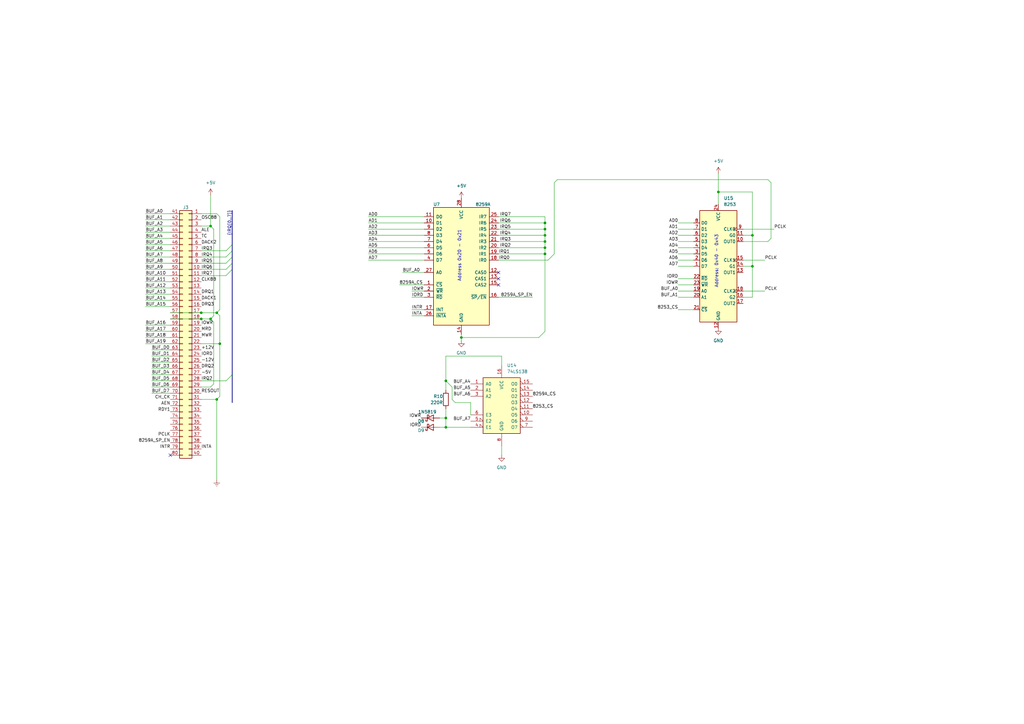
<source format=kicad_sch>
(kicad_sch (version 20230121) (generator eeschema)
  (paper "A3")
  (lib_symbols
    (symbol "+5V_1" (power) (pin_names (offset 0))
      (property "Value" "+5V_1" (at 0 3.556 0))
      (symbol "+5V_1_0_1"
        (polyline (pts (xy -0.762 1.27) (xy 0 2.54)))
        (polyline (pts (xy 0 0) (xy 0 2.54)))
        (polyline (pts (xy 0 2.54) (xy 0.762 1.27)))
      )
      (symbol "+5V_1_1_1"
        (pin power_in line (at 0 0 90) (length 0) hide (name "+5V") (number "1"))
      )
    )
    (symbol "74xx:74LS138" (pin_names (offset 1.016))
      (property "Reference" "U" (at -7.62 11.43 0))
      (property "Value" "74LS138" (at -7.62 -13.97 0))
      (symbol "74LS138_1_0"
        (pin input line (at -12.7 7.62 0) (length 5.08) (name "A0") (number "1"))
        (pin output output_low (at 12.7 -5.08 180) (length 5.08) (name "O5") (number "10"))
        (pin output output_low (at 12.7 -2.54 180) (length 5.08) (name "O4") (number "11"))
        (pin output output_low (at 12.7 0 180) (length 5.08) (name "O3") (number "12"))
        (pin output output_low (at 12.7 2.54 180) (length 5.08) (name "O2") (number "13"))
        (pin output output_low (at 12.7 5.08 180) (length 5.08) (name "O1") (number "14"))
        (pin output output_low (at 12.7 7.62 180) (length 5.08) (name "O0") (number "15"))
        (pin power_in line (at 0 15.24 270) (length 5.08) (name "VCC") (number "16"))
        (pin input line (at -12.7 5.08 0) (length 5.08) (name "A1") (number "2"))
        (pin input line (at -12.7 2.54 0) (length 5.08) (name "A2") (number "3"))
        (pin input input_low (at -12.7 -10.16 0) (length 5.08) (name "E1") (number "4"))
        (pin input input_low (at -12.7 -7.62 0) (length 5.08) (name "E2") (number "5"))
        (pin input line (at -12.7 -5.08 0) (length 5.08) (name "E3") (number "6"))
        (pin output output_low (at 12.7 -10.16 180) (length 5.08) (name "O7") (number "7"))
        (pin power_in line (at 0 -17.78 90) (length 5.08) (name "GND") (number "8"))
        (pin output output_low (at 12.7 -7.62 180) (length 5.08) (name "O6") (number "9"))
      )
      (symbol "74LS138_1_1"
        (rectangle (start -7.62 10.16) (end 7.62 -12.7) (stroke (width 0.254)) (fill (type background)))
      )
    )
    (symbol "Connector_Generic:Conn_02x40_Top_Bottom" (pin_names (offset 1.016) hide)
      (property "Reference" "J" (at 1.27 50.8 0))
      (property "Value" "Conn_02x40_Top_Bottom" (at 1.27 -53.34 0))
      (symbol "Conn_02x40_Top_Bottom_1_1"
        (rectangle (start -1.27 -50.673) (end 0 -50.927) (stroke (width 0.1524)))
        (rectangle (start -1.27 -48.133) (end 0 -48.387) (stroke (width 0.1524)))
        (rectangle (start -1.27 -45.593) (end 0 -45.847) (stroke (width 0.1524)))
        (rectangle (start -1.27 -43.053) (end 0 -43.307) (stroke (width 0.1524)))
        (rectangle (start -1.27 -40.513) (end 0 -40.767) (stroke (width 0.1524)))
        (rectangle (start -1.27 -37.973) (end 0 -38.227) (stroke (width 0.1524)))
        (rectangle (start -1.27 -35.433) (end 0 -35.687) (stroke (width 0.1524)))
        (rectangle (start -1.27 -32.893) (end 0 -33.147) (stroke (width 0.1524)))
        (rectangle (start -1.27 -30.353) (end 0 -30.607) (stroke (width 0.1524)))
        (rectangle (start -1.27 -27.813) (end 0 -28.067) (stroke (width 0.1524)))
        (rectangle (start -1.27 -25.273) (end 0 -25.527) (stroke (width 0.1524)))
        (rectangle (start -1.27 -22.733) (end 0 -22.987) (stroke (width 0.1524)))
        (rectangle (start -1.27 -20.193) (end 0 -20.447) (stroke (width 0.1524)))
        (rectangle (start -1.27 -17.653) (end 0 -17.907) (stroke (width 0.1524)))
        (rectangle (start -1.27 -15.113) (end 0 -15.367) (stroke (width 0.1524)))
        (rectangle (start -1.27 -12.573) (end 0 -12.827) (stroke (width 0.1524)))
        (rectangle (start -1.27 -10.033) (end 0 -10.287) (stroke (width 0.1524)))
        (rectangle (start -1.27 -7.493) (end 0 -7.747) (stroke (width 0.1524)))
        (rectangle (start -1.27 -4.953) (end 0 -5.207) (stroke (width 0.1524)))
        (rectangle (start -1.27 -2.413) (end 0 -2.667) (stroke (width 0.1524)))
        (rectangle (start -1.27 0.127) (end 0 -0.127) (stroke (width 0.1524)))
        (rectangle (start -1.27 2.667) (end 0 2.413) (stroke (width 0.1524)))
        (rectangle (start -1.27 5.207) (end 0 4.953) (stroke (width 0.1524)))
        (rectangle (start -1.27 7.747) (end 0 7.493) (stroke (width 0.1524)))
        (rectangle (start -1.27 10.287) (end 0 10.033) (stroke (width 0.1524)))
        (rectangle (start -1.27 12.827) (end 0 12.573) (stroke (width 0.1524)))
        (rectangle (start -1.27 15.367) (end 0 15.113) (stroke (width 0.1524)))
        (rectangle (start -1.27 17.907) (end 0 17.653) (stroke (width 0.1524)))
        (rectangle (start -1.27 20.447) (end 0 20.193) (stroke (width 0.1524)))
        (rectangle (start -1.27 22.987) (end 0 22.733) (stroke (width 0.1524)))
        (rectangle (start -1.27 25.527) (end 0 25.273) (stroke (width 0.1524)))
        (rectangle (start -1.27 28.067) (end 0 27.813) (stroke (width 0.1524)))
        (rectangle (start -1.27 30.607) (end 0 30.353) (stroke (width 0.1524)))
        (rectangle (start -1.27 33.147) (end 0 32.893) (stroke (width 0.1524)))
        (rectangle (start -1.27 35.687) (end 0 35.433) (stroke (width 0.1524)))
        (rectangle (start -1.27 38.227) (end 0 37.973) (stroke (width 0.1524)))
        (rectangle (start -1.27 40.767) (end 0 40.513) (stroke (width 0.1524)))
        (rectangle (start -1.27 43.307) (end 0 43.053) (stroke (width 0.1524)))
        (rectangle (start -1.27 45.847) (end 0 45.593) (stroke (width 0.1524)))
        (rectangle (start -1.27 48.387) (end 0 48.133) (stroke (width 0.1524)))
        (rectangle (start -1.27 49.53) (end 3.81 -52.07) (stroke (width 0.254)) (fill (type background)))
        (rectangle (start 3.81 -50.673) (end 2.54 -50.927) (stroke (width 0.1524)))
        (rectangle (start 3.81 -48.133) (end 2.54 -48.387) (stroke (width 0.1524)))
        (rectangle (start 3.81 -45.593) (end 2.54 -45.847) (stroke (width 0.1524)))
        (rectangle (start 3.81 -43.053) (end 2.54 -43.307) (stroke (width 0.1524)))
        (rectangle (start 3.81 -40.513) (end 2.54 -40.767) (stroke (width 0.1524)))
        (rectangle (start 3.81 -37.973) (end 2.54 -38.227) (stroke (width 0.1524)))
        (rectangle (start 3.81 -35.433) (end 2.54 -35.687) (stroke (width 0.1524)))
        (rectangle (start 3.81 -32.893) (end 2.54 -33.147) (stroke (width 0.1524)))
        (rectangle (start 3.81 -30.353) (end 2.54 -30.607) (stroke (width 0.1524)))
        (rectangle (start 3.81 -27.813) (end 2.54 -28.067) (stroke (width 0.1524)))
        (rectangle (start 3.81 -25.273) (end 2.54 -25.527) (stroke (width 0.1524)))
        (rectangle (start 3.81 -22.733) (end 2.54 -22.987) (stroke (width 0.1524)))
        (rectangle (start 3.81 -20.193) (end 2.54 -20.447) (stroke (width 0.1524)))
        (rectangle (start 3.81 -17.653) (end 2.54 -17.907) (stroke (width 0.1524)))
        (rectangle (start 3.81 -15.113) (end 2.54 -15.367) (stroke (width 0.1524)))
        (rectangle (start 3.81 -12.573) (end 2.54 -12.827) (stroke (width 0.1524)))
        (rectangle (start 3.81 -10.033) (end 2.54 -10.287) (stroke (width 0.1524)))
        (rectangle (start 3.81 -7.493) (end 2.54 -7.747) (stroke (width 0.1524)))
        (rectangle (start 3.81 -4.953) (end 2.54 -5.207) (stroke (width 0.1524)))
        (rectangle (start 3.81 -2.413) (end 2.54 -2.667) (stroke (width 0.1524)))
        (rectangle (start 3.81 0.127) (end 2.54 -0.127) (stroke (width 0.1524)))
        (rectangle (start 3.81 2.667) (end 2.54 2.413) (stroke (width 0.1524)))
        (rectangle (start 3.81 5.207) (end 2.54 4.953) (stroke (width 0.1524)))
        (rectangle (start 3.81 7.747) (end 2.54 7.493) (stroke (width 0.1524)))
        (rectangle (start 3.81 10.287) (end 2.54 10.033) (stroke (width 0.1524)))
        (rectangle (start 3.81 12.827) (end 2.54 12.573) (stroke (width 0.1524)))
        (rectangle (start 3.81 15.367) (end 2.54 15.113) (stroke (width 0.1524)))
        (rectangle (start 3.81 17.907) (end 2.54 17.653) (stroke (width 0.1524)))
        (rectangle (start 3.81 20.447) (end 2.54 20.193) (stroke (width 0.1524)))
        (rectangle (start 3.81 22.987) (end 2.54 22.733) (stroke (width 0.1524)))
        (rectangle (start 3.81 25.527) (end 2.54 25.273) (stroke (width 0.1524)))
        (rectangle (start 3.81 28.067) (end 2.54 27.813) (stroke (width 0.1524)))
        (rectangle (start 3.81 30.607) (end 2.54 30.353) (stroke (width 0.1524)))
        (rectangle (start 3.81 33.147) (end 2.54 32.893) (stroke (width 0.1524)))
        (rectangle (start 3.81 35.687) (end 2.54 35.433) (stroke (width 0.1524)))
        (rectangle (start 3.81 38.227) (end 2.54 37.973) (stroke (width 0.1524)))
        (rectangle (start 3.81 40.767) (end 2.54 40.513) (stroke (width 0.1524)))
        (rectangle (start 3.81 43.307) (end 2.54 43.053) (stroke (width 0.1524)))
        (rectangle (start 3.81 45.847) (end 2.54 45.593) (stroke (width 0.1524)))
        (rectangle (start 3.81 48.387) (end 2.54 48.133) (stroke (width 0.1524)))
        (pin passive line (at -5.08 48.26 0) (length 3.81) (name "Pin_1") (number "1"))
        (pin passive line (at -5.08 25.4 0) (length 3.81) (name "Pin_10") (number "10"))
        (pin passive line (at -5.08 22.86 0) (length 3.81) (name "Pin_11") (number "11"))
        (pin passive line (at -5.08 20.32 0) (length 3.81) (name "Pin_12") (number "12"))
        (pin passive line (at -5.08 17.78 0) (length 3.81) (name "Pin_13") (number "13"))
        (pin passive line (at -5.08 15.24 0) (length 3.81) (name "Pin_14") (number "14"))
        (pin passive line (at -5.08 12.7 0) (length 3.81) (name "Pin_15") (number "15"))
        (pin passive line (at -5.08 10.16 0) (length 3.81) (name "Pin_16") (number "16"))
        (pin passive line (at -5.08 7.62 0) (length 3.81) (name "Pin_17") (number "17"))
        (pin passive line (at -5.08 5.08 0) (length 3.81) (name "Pin_18") (number "18"))
        (pin passive line (at -5.08 2.54 0) (length 3.81) (name "Pin_19") (number "19"))
        (pin passive line (at -5.08 45.72 0) (length 3.81) (name "Pin_2") (number "2"))
        (pin passive line (at -5.08 0 0) (length 3.81) (name "Pin_20") (number "20"))
        (pin passive line (at -5.08 -2.54 0) (length 3.81) (name "Pin_21") (number "21"))
        (pin passive line (at -5.08 -5.08 0) (length 3.81) (name "Pin_22") (number "22"))
        (pin passive line (at -5.08 -7.62 0) (length 3.81) (name "Pin_23") (number "23"))
        (pin passive line (at -5.08 -10.16 0) (length 3.81) (name "Pin_24") (number "24"))
        (pin passive line (at -5.08 -12.7 0) (length 3.81) (name "Pin_25") (number "25"))
        (pin passive line (at -5.08 -15.24 0) (length 3.81) (name "Pin_26") (number "26"))
        (pin passive line (at -5.08 -17.78 0) (length 3.81) (name "Pin_27") (number "27"))
        (pin passive line (at -5.08 -20.32 0) (length 3.81) (name "Pin_28") (number "28"))
        (pin passive line (at -5.08 -22.86 0) (length 3.81) (name "Pin_29") (number "29"))
        (pin passive line (at -5.08 43.18 0) (length 3.81) (name "Pin_3") (number "3"))
        (pin passive line (at -5.08 -25.4 0) (length 3.81) (name "Pin_30") (number "30"))
        (pin passive line (at -5.08 -27.94 0) (length 3.81) (name "Pin_31") (number "31"))
        (pin passive line (at -5.08 -30.48 0) (length 3.81) (name "Pin_32") (number "32"))
        (pin passive line (at -5.08 -33.02 0) (length 3.81) (name "Pin_33") (number "33"))
        (pin passive line (at -5.08 -35.56 0) (length 3.81) (name "Pin_34") (number "34"))
        (pin passive line (at -5.08 -38.1 0) (length 3.81) (name "Pin_35") (number "35"))
        (pin passive line (at -5.08 -40.64 0) (length 3.81) (name "Pin_36") (number "36"))
        (pin passive line (at -5.08 -43.18 0) (length 3.81) (name "Pin_37") (number "37"))
        (pin passive line (at -5.08 -45.72 0) (length 3.81) (name "Pin_38") (number "38"))
        (pin passive line (at -5.08 -48.26 0) (length 3.81) (name "Pin_39") (number "39"))
        (pin passive line (at -5.08 40.64 0) (length 3.81) (name "Pin_4") (number "4"))
        (pin passive line (at -5.08 -50.8 0) (length 3.81) (name "Pin_40") (number "40"))
        (pin passive line (at 7.62 48.26 180) (length 3.81) (name "Pin_41") (number "41"))
        (pin passive line (at 7.62 45.72 180) (length 3.81) (name "Pin_42") (number "42"))
        (pin passive line (at 7.62 43.18 180) (length 3.81) (name "Pin_43") (number "43"))
        (pin passive line (at 7.62 40.64 180) (length 3.81) (name "Pin_44") (number "44"))
        (pin passive line (at 7.62 38.1 180) (length 3.81) (name "Pin_45") (number "45"))
        (pin passive line (at 7.62 35.56 180) (length 3.81) (name "Pin_46") (number "46"))
        (pin passive line (at 7.62 33.02 180) (length 3.81) (name "Pin_47") (number "47"))
        (pin passive line (at 7.62 30.48 180) (length 3.81) (name "Pin_48") (number "48"))
        (pin passive line (at 7.62 27.94 180) (length 3.81) (name "Pin_49") (number "49"))
        (pin passive line (at -5.08 38.1 0) (length 3.81) (name "Pin_5") (number "5"))
        (pin passive line (at 7.62 25.4 180) (length 3.81) (name "Pin_50") (number "50"))
        (pin passive line (at 7.62 22.86 180) (length 3.81) (name "Pin_51") (number "51"))
        (pin passive line (at 7.62 20.32 180) (length 3.81) (name "Pin_52") (number "52"))
        (pin passive line (at 7.62 17.78 180) (length 3.81) (name "Pin_53") (number "53"))
        (pin passive line (at 7.62 15.24 180) (length 3.81) (name "Pin_54") (number "54"))
        (pin passive line (at 7.62 12.7 180) (length 3.81) (name "Pin_55") (number "55"))
        (pin passive line (at 7.62 10.16 180) (length 3.81) (name "Pin_56") (number "56"))
        (pin passive line (at 7.62 7.62 180) (length 3.81) (name "Pin_57") (number "57"))
        (pin passive line (at 7.62 5.08 180) (length 3.81) (name "Pin_58") (number "58"))
        (pin passive line (at 7.62 2.54 180) (length 3.81) (name "Pin_59") (number "59"))
        (pin passive line (at -5.08 35.56 0) (length 3.81) (name "Pin_6") (number "6"))
        (pin passive line (at 7.62 0 180) (length 3.81) (name "Pin_60") (number "60"))
        (pin passive line (at 7.62 -2.54 180) (length 3.81) (name "Pin_61") (number "61"))
        (pin passive line (at 7.62 -5.08 180) (length 3.81) (name "Pin_62") (number "62"))
        (pin passive line (at 7.62 -7.62 180) (length 3.81) (name "Pin_63") (number "63"))
        (pin passive line (at 7.62 -10.16 180) (length 3.81) (name "Pin_64") (number "64"))
        (pin passive line (at 7.62 -12.7 180) (length 3.81) (name "Pin_65") (number "65"))
        (pin passive line (at 7.62 -15.24 180) (length 3.81) (name "Pin_66") (number "66"))
        (pin passive line (at 7.62 -17.78 180) (length 3.81) (name "Pin_67") (number "67"))
        (pin passive line (at 7.62 -20.32 180) (length 3.81) (name "Pin_68") (number "68"))
        (pin passive line (at 7.62 -22.86 180) (length 3.81) (name "Pin_69") (number "69"))
        (pin passive line (at -5.08 33.02 0) (length 3.81) (name "Pin_7") (number "7"))
        (pin passive line (at 7.62 -25.4 180) (length 3.81) (name "Pin_70") (number "70"))
        (pin passive line (at 7.62 -27.94 180) (length 3.81) (name "Pin_71") (number "71"))
        (pin passive line (at 7.62 -30.48 180) (length 3.81) (name "Pin_72") (number "72"))
        (pin passive line (at 7.62 -33.02 180) (length 3.81) (name "Pin_73") (number "73"))
        (pin passive line (at 7.62 -35.56 180) (length 3.81) (name "Pin_74") (number "74"))
        (pin passive line (at 7.62 -38.1 180) (length 3.81) (name "Pin_75") (number "75"))
        (pin passive line (at 7.62 -40.64 180) (length 3.81) (name "Pin_76") (number "76"))
        (pin passive line (at 7.62 -43.18 180) (length 3.81) (name "Pin_77") (number "77"))
        (pin passive line (at 7.62 -45.72 180) (length 3.81) (name "Pin_78") (number "78"))
        (pin passive line (at 7.62 -48.26 180) (length 3.81) (name "Pin_79") (number "79"))
        (pin passive line (at -5.08 30.48 0) (length 3.81) (name "Pin_8") (number "8"))
        (pin passive line (at 7.62 -50.8 180) (length 3.81) (name "Pin_80") (number "80"))
        (pin passive line (at -5.08 27.94 0) (length 3.81) (name "Pin_9") (number "9"))
      )
    )
    (symbol "Device:R" (pin_numbers hide) (pin_names (offset 0))
      (property "Reference" "R" (at 2.032 0 90))
      (property "Value" "R" (at 0 0 90))
      (symbol "R_0_1"
        (rectangle (start -1.016 -2.54) (end 1.016 2.54) (stroke (width 0.254)))
      )
      (symbol "R_1_1"
        (pin passive line (at 0 3.81 270) (length 1.27) (name "~") (number "1"))
        (pin passive line (at 0 -3.81 90) (length 1.27) (name "~") (number "2"))
      )
    )
    (symbol "Diode:1N5819" (pin_numbers hide) (pin_names (offset 1.016) hide)
      (property "Reference" "D" (at 0 2.54 0))
      (property "Value" "1N5819" (at 0 -2.54 0))
      (symbol "1N5819_0_1"
        (polyline (pts (xy 1.27 0) (xy -1.27 0)))
        (polyline (pts (xy 1.27 1.27) (xy 1.27 -1.27) (xy -1.27 0) (xy 1.27 1.27)) (stroke (width 0.254)))
        (polyline (pts (xy -1.905 0.635) (xy -1.905 1.27) (xy -1.27 1.27) (xy -1.27 -1.27) (xy -0.635 -1.27) (xy -0.635 -0.635)) (stroke (width 0.254)))
      )
      (symbol "1N5819_1_1"
        (pin passive line (at -3.81 0 0) (length 2.54) (name "K") (number "1"))
        (pin passive line (at 3.81 0 180) (length 2.54) (name "A") (number "2"))
      )
    )
    (symbol "Interface:8259A" (pin_names (offset 1.016))
      (property "Reference" "U" (at -10.16 25.4 0))
      (property "Value" "8259A" (at 8.89 25.4 0))
      (symbol "8259A_0_1"
        (rectangle (start -11.43 24.13) (end 11.43 -24.13) (stroke (width 0.254)) (fill (type background)))
      )
      (symbol "8259A_1_1"
        (pin input line (at -15.24 -7.62 0) (length 3.81) (name "~{CS}") (number "1"))
        (pin bidirectional line (at -15.24 17.78 0) (length 3.81) (name "D1") (number "10"))
        (pin bidirectional line (at -15.24 20.32 0) (length 3.81) (name "D0") (number "11"))
        (pin input line (at 15.24 -2.54 180) (length 3.81) (name "CAS0") (number "12"))
        (pin output line (at 15.24 -5.08 180) (length 3.81) (name "CAS1") (number "13"))
        (pin power_in line (at 0 -27.94 90) (length 3.81) (name "GND") (number "14"))
        (pin output line (at 15.24 -7.62 180) (length 3.81) (name "CAS2") (number "15"))
        (pin bidirectional line (at 15.24 -12.7 180) (length 3.81) (name "~{SP}/~{EN}") (number "16"))
        (pin output line (at -15.24 -17.78 0) (length 3.81) (name "INT") (number "17"))
        (pin input line (at 15.24 2.54 180) (length 3.81) (name "IR0") (number "18"))
        (pin input line (at 15.24 5.08 180) (length 3.81) (name "IR1") (number "19"))
        (pin input line (at -15.24 -10.16 0) (length 3.81) (name "~{WR}") (number "2"))
        (pin input line (at 15.24 7.62 180) (length 3.81) (name "IR2") (number "20"))
        (pin input line (at 15.24 10.16 180) (length 3.81) (name "IR3") (number "21"))
        (pin input line (at 15.24 12.7 180) (length 3.81) (name "IR4") (number "22"))
        (pin input line (at 15.24 15.24 180) (length 3.81) (name "IR5") (number "23"))
        (pin input line (at 15.24 17.78 180) (length 3.81) (name "IR6") (number "24"))
        (pin input line (at 15.24 20.32 180) (length 3.81) (name "IR7") (number "25"))
        (pin input line (at -15.24 -20.32 0) (length 3.81) (name "~{INTA}") (number "26"))
        (pin input line (at -15.24 -2.54 0) (length 3.81) (name "A0") (number "27"))
        (pin power_in line (at 0 27.94 270) (length 3.81) (name "VCC") (number "28"))
        (pin input line (at -15.24 -12.7 0) (length 3.81) (name "~{RD}") (number "3"))
        (pin bidirectional line (at -15.24 2.54 0) (length 3.81) (name "D7") (number "4"))
        (pin bidirectional line (at -15.24 5.08 0) (length 3.81) (name "D6") (number "5"))
        (pin bidirectional line (at -15.24 7.62 0) (length 3.81) (name "D5") (number "6"))
        (pin bidirectional line (at -15.24 10.16 0) (length 3.81) (name "D4") (number "7"))
        (pin bidirectional line (at -15.24 12.7 0) (length 3.81) (name "D3") (number "8"))
        (pin bidirectional line (at -15.24 15.24 0) (length 3.81) (name "D2") (number "9"))
      )
    )
    (symbol "Timer:8253"
      (property "Reference" "U" (at -5.08 24.13 0))
      (property "Value" "8253" (at 2.54 24.13 0))
      (symbol "8253_0_1"
        (rectangle (start -7.62 -22.86) (end 7.62 22.86) (stroke (width 0.254)) (fill (type background)))
      )
      (symbol "8253_1_1"
        (pin bidirectional line (at -10.16 0 0) (length 2.54) (name "D7") (number "1"))
        (pin output line (at 10.16 10.16 180) (length 2.54) (name "OUT0") (number "10"))
        (pin input line (at 10.16 12.7 180) (length 2.54) (name "G0") (number "11"))
        (pin power_in line (at 0 -25.4 90) (length 2.54) (name "GND") (number "12"))
        (pin output line (at 10.16 -2.54 180) (length 2.54) (name "OUT1") (number "13"))
        (pin input line (at 10.16 0 180) (length 2.54) (name "G1") (number "14"))
        (pin input clock (at 10.16 2.54 180) (length 2.54) (name "CLK1") (number "15"))
        (pin input line (at 10.16 -12.7 180) (length 2.54) (name "G2") (number "16"))
        (pin output line (at 10.16 -15.24 180) (length 2.54) (name "OUT2") (number "17"))
        (pin input clock (at 10.16 -10.16 180) (length 2.54) (name "CLK2") (number "18"))
        (pin input line (at -10.16 -10.16 0) (length 2.54) (name "A0") (number "19"))
        (pin bidirectional line (at -10.16 2.54 0) (length 2.54) (name "D6") (number "2"))
        (pin input line (at -10.16 -12.7 0) (length 2.54) (name "A1") (number "20"))
        (pin input line (at -10.16 -17.78 0) (length 2.54) (name "~{CS}") (number "21"))
        (pin input line (at -10.16 -5.08 0) (length 2.54) (name "~{RD}") (number "22"))
        (pin input line (at -10.16 -7.62 0) (length 2.54) (name "~{WR}") (number "23"))
        (pin power_in line (at 0 25.4 270) (length 2.54) (name "VCC") (number "24"))
        (pin bidirectional line (at -10.16 5.08 0) (length 2.54) (name "D5") (number "3"))
        (pin bidirectional line (at -10.16 7.62 0) (length 2.54) (name "D4") (number "4"))
        (pin bidirectional line (at -10.16 10.16 0) (length 2.54) (name "D3") (number "5"))
        (pin bidirectional line (at -10.16 12.7 0) (length 2.54) (name "D2") (number "6"))
        (pin bidirectional line (at -10.16 15.24 0) (length 2.54) (name "D1") (number "7"))
        (pin bidirectional line (at -10.16 17.78 0) (length 2.54) (name "D0") (number "8"))
        (pin input clock (at 10.16 15.24 180) (length 2.54) (name "CLK0") (number "9"))
      )
    )
    (symbol "power:+5V" (power) (pin_names (offset 0))
      (property "Value" "+5V" (at 0 3.556 0))
      (symbol "+5V_0_1"
        (polyline (pts (xy -0.762 1.27) (xy 0 2.54)))
        (polyline (pts (xy 0 0) (xy 0 2.54)))
        (polyline (pts (xy 0 2.54) (xy 0.762 1.27)))
      )
      (symbol "+5V_1_1"
        (pin power_in line (at 0 0 90) (length 0) hide (name "+5V") (number "1"))
      )
    )
    (symbol "power:GND" (power) (pin_names (offset 0))
      (property "Value" "GND" (at 0 -3.81 0))
      (symbol "GND_0_1"
        (polyline (pts (xy 0 0) (xy 0 -1.27) (xy 1.27 -1.27) (xy 0 -2.54) (xy -1.27 -1.27) (xy 0 -1.27)))
      )
      (symbol "GND_1_1"
        (pin power_in line (at 0 0 270) (length 0) hide (name "GND") (number "1"))
      )
    )
    (symbol "power:GNDREF" (power) (pin_names (offset 0))
      (property "Value" "GNDREF" (at 0 -3.81 0))
      (symbol "GNDREF_0_1"
        (polyline (pts (xy -0.635 -1.905) (xy 0.635 -1.905)))
        (polyline (pts (xy -0.127 -2.54) (xy 0.127 -2.54)))
        (polyline (pts (xy 0 -1.27) (xy 0 0)))
        (polyline (pts (xy 1.27 -1.27) (xy -1.27 -1.27)))
      )
      (symbol "GNDREF_1_1"
        (pin power_in line (at 0 0 270) (length 0) hide (name "GNDREF") (number "1"))
      )
    )
  )
  (junction (at 223.52 96.52))
  (junction (at 182.88 156.21))
  (junction (at 308.61 109.22))
  (junction (at 223.52 104.14))
  (junction (at 88.9 163.83))
  (junction (at 86.36 92.71))
  (junction (at 223.52 93.98))
  (junction (at 182.88 175.26))
  (junction (at 82.55 128.27))
  (junction (at 182.88 171.45))
  (junction (at 86.36 130.81))
  (junction (at 308.61 96.52))
  (junction (at 82.55 130.81))
  (junction (at 223.52 91.44))
  (junction (at 223.52 101.6))
  (junction (at 90.17 140.97))
  (junction (at 223.52 99.06))
  (junction (at 294.64 78.74))
  (junction (at 189.23 138.43))
  (junction (at 88.9 128.27))
  (no_connect (at 204.47 116.84))
  (no_connect (at 204.47 111.76))
  (no_connect (at 204.47 114.3))
  (no_connect (at 69.85 186.69))
  (bus_entry (at 95.25 105.41) (size -2.54 2.54))
  (bus_entry (at 95.25 102.87) (size -2.54 2.54))
  (bus_entry (at 95.25 153.67) (size -2.54 2.54))
  (bus_entry (at 95.25 107.95) (size -2.54 2.54))
  (bus_entry (at 95.25 100.33) (size -2.54 2.54))
  (bus_entry (at 95.25 110.49) (size -2.54 2.54))
  (wire (pts (xy 168.91 119.38) (xy 173.99 119.38)))
  (wire (pts (xy 304.8 121.92) (xy 308.61 121.92)))
  (wire (pts (xy 308.61 109.22) (xy 308.61 121.92)))
  (wire (pts (xy 88.9 163.83) (xy 88.9 196.85)))
  (wire (pts (xy 82.55 110.49) (xy 92.71 110.49)))
  (wire (pts (xy 59.69 120.65) (xy 69.85 120.65)))
  (wire (pts (xy 294.64 78.74) (xy 294.64 83.82)))
  (wire (pts (xy 223.52 93.98) (xy 223.52 96.52)))
  (wire (pts (xy 227.33 74.93) (xy 227.33 104.14)))
  (wire (pts (xy 59.69 123.19) (xy 69.85 123.19)))
  (wire (pts (xy 69.85 130.81) (xy 82.55 130.81)))
  (wire (pts (xy 316.23 97.79) (xy 316.23 74.93)))
  (wire (pts (xy 278.13 106.68) (xy 284.48 106.68)))
  (wire (pts (xy 294.64 78.74) (xy 308.61 78.74)))
  (wire (pts (xy 90.17 129.54) (xy 88.9 128.27)))
  (wire (pts (xy 59.69 95.25) (xy 69.85 95.25)))
  (wire (pts (xy 223.52 99.06) (xy 223.52 101.6)))
  (wire (pts (xy 185.42 158.75) (xy 182.88 156.21)))
  (wire (pts (xy 82.55 140.97) (xy 90.17 140.97)))
  (wire (pts (xy 62.23 156.21) (xy 69.85 156.21)))
  (wire (pts (xy 168.91 121.92) (xy 173.99 121.92)))
  (wire (pts (xy 182.88 146.05) (xy 205.74 146.05)))
  (wire (pts (xy 317.5 93.98) (xy 304.8 93.98)))
  (wire (pts (xy 278.13 101.6) (xy 284.48 101.6)))
  (wire (pts (xy 204.47 106.68) (xy 224.79 106.68)))
  (wire (pts (xy 314.96 73.66) (xy 228.6 73.66)))
  (wire (pts (xy 304.8 96.52) (xy 308.61 96.52)))
  (wire (pts (xy 59.69 102.87) (xy 69.85 102.87)))
  (wire (pts (xy 151.13 93.98) (xy 173.99 93.98)))
  (wire (pts (xy 223.52 135.89) (xy 220.98 138.43)))
  (wire (pts (xy 62.23 161.29) (xy 69.85 161.29)))
  (wire (pts (xy 62.23 153.67) (xy 69.85 153.67)))
  (wire (pts (xy 59.69 135.89) (xy 69.85 135.89)))
  (wire (pts (xy 59.69 90.17) (xy 69.85 90.17)))
  (wire (pts (xy 278.13 93.98) (xy 284.48 93.98)))
  (wire (pts (xy 278.13 121.92) (xy 284.48 121.92)))
  (wire (pts (xy 90.17 140.97) (xy 90.17 129.54)))
  (wire (pts (xy 278.13 127) (xy 284.48 127)))
  (wire (pts (xy 314.96 99.06) (xy 316.23 97.79)))
  (wire (pts (xy 204.47 99.06) (xy 223.52 99.06)))
  (wire (pts (xy 182.88 167.64) (xy 182.88 171.45)))
  (wire (pts (xy 82.55 105.41) (xy 92.71 105.41)))
  (wire (pts (xy 304.8 109.22) (xy 308.61 109.22)))
  (wire (pts (xy 69.85 128.27) (xy 82.55 128.27)))
  (wire (pts (xy 278.13 119.38) (xy 284.48 119.38)))
  (wire (pts (xy 182.88 171.45) (xy 182.88 175.26)))
  (bus (pts (xy 95.25 100.33) (xy 95.25 102.87)))
  (wire (pts (xy 87.63 157.48) (xy 87.63 132.08)))
  (wire (pts (xy 227.33 104.14) (xy 224.79 106.68)))
  (bus (pts (xy 95.25 102.87) (xy 95.25 105.41)))
  (wire (pts (xy 62.23 148.59) (xy 69.85 148.59)))
  (bus (pts (xy 95.25 153.67) (xy 95.25 165.1)))
  (wire (pts (xy 87.63 132.08) (xy 86.36 130.81)))
  (wire (pts (xy 180.34 171.45) (xy 182.88 171.45)))
  (wire (pts (xy 90.17 127) (xy 88.9 128.27)))
  (wire (pts (xy 304.8 99.06) (xy 314.96 99.06)))
  (wire (pts (xy 182.88 175.26) (xy 193.04 175.26)))
  (wire (pts (xy 59.69 140.97) (xy 69.85 140.97)))
  (wire (pts (xy 82.55 128.27) (xy 88.9 128.27)))
  (wire (pts (xy 313.69 106.68) (xy 304.8 106.68)))
  (wire (pts (xy 223.52 91.44) (xy 223.52 93.98)))
  (wire (pts (xy 151.13 88.9) (xy 173.99 88.9)))
  (wire (pts (xy 82.55 113.03) (xy 92.71 113.03)))
  (wire (pts (xy 278.13 116.84) (xy 284.48 116.84)))
  (bus (pts (xy 95.25 110.49) (xy 95.25 153.67)))
  (wire (pts (xy 189.23 138.43) (xy 189.23 137.16)))
  (wire (pts (xy 151.13 106.68) (xy 173.99 106.68)))
  (wire (pts (xy 182.88 146.05) (xy 182.88 156.21)))
  (wire (pts (xy 278.13 96.52) (xy 284.48 96.52)))
  (wire (pts (xy 223.52 96.52) (xy 223.52 99.06)))
  (wire (pts (xy 204.47 96.52) (xy 223.52 96.52)))
  (wire (pts (xy 82.55 156.21) (xy 92.71 156.21)))
  (wire (pts (xy 151.13 96.52) (xy 173.99 96.52)))
  (wire (pts (xy 82.55 102.87) (xy 92.71 102.87)))
  (wire (pts (xy 313.69 119.38) (xy 304.8 119.38)))
  (wire (pts (xy 151.13 104.14) (xy 173.99 104.14)))
  (wire (pts (xy 278.13 91.44) (xy 284.48 91.44)))
  (wire (pts (xy 204.47 101.6) (xy 223.52 101.6)))
  (wire (pts (xy 308.61 78.74) (xy 308.61 96.52)))
  (wire (pts (xy 88.9 87.63) (xy 90.17 88.9)))
  (wire (pts (xy 59.69 97.79) (xy 69.85 97.79)))
  (wire (pts (xy 82.55 92.71) (xy 86.36 92.71)))
  (wire (pts (xy 90.17 88.9) (xy 90.17 127)))
  (wire (pts (xy 82.55 130.81) (xy 86.36 130.81)))
  (wire (pts (xy 168.91 129.54) (xy 173.99 129.54)))
  (wire (pts (xy 308.61 96.52) (xy 308.61 109.22)))
  (wire (pts (xy 278.13 99.06) (xy 284.48 99.06)))
  (wire (pts (xy 165.1 111.76) (xy 173.99 111.76)))
  (wire (pts (xy 278.13 114.3) (xy 284.48 114.3)))
  (bus (pts (xy 95.25 86.36) (xy 95.25 100.33)))
  (wire (pts (xy 180.34 175.26) (xy 182.88 175.26)))
  (bus (pts (xy 95.25 107.95) (xy 95.25 110.49)))
  (wire (pts (xy 205.74 182.88) (xy 205.74 186.69)))
  (wire (pts (xy 151.13 99.06) (xy 173.99 99.06)))
  (wire (pts (xy 204.47 88.9) (xy 223.52 88.9)))
  (wire (pts (xy 193.04 165.1) (xy 193.04 170.18)))
  (wire (pts (xy 223.52 101.6) (xy 223.52 104.14)))
  (wire (pts (xy 87.63 129.54) (xy 87.63 93.98)))
  (wire (pts (xy 87.63 93.98) (xy 86.36 92.71)))
  (wire (pts (xy 86.36 158.75) (xy 87.63 157.48)))
  (wire (pts (xy 82.55 158.75) (xy 86.36 158.75)))
  (wire (pts (xy 59.69 115.57) (xy 69.85 115.57)))
  (wire (pts (xy 278.13 109.22) (xy 284.48 109.22)))
  (wire (pts (xy 204.47 91.44) (xy 223.52 91.44)))
  (wire (pts (xy 59.69 92.71) (xy 69.85 92.71)))
  (wire (pts (xy 223.52 88.9) (xy 223.52 91.44)))
  (wire (pts (xy 316.23 74.93) (xy 314.96 73.66)))
  (wire (pts (xy 204.47 121.92) (xy 218.44 121.92)))
  (wire (pts (xy 87.63 129.54) (xy 86.36 130.81)))
  (wire (pts (xy 62.23 146.05) (xy 69.85 146.05)))
  (wire (pts (xy 59.69 118.11) (xy 69.85 118.11)))
  (wire (pts (xy 278.13 104.14) (xy 284.48 104.14)))
  (wire (pts (xy 204.47 93.98) (xy 223.52 93.98)))
  (wire (pts (xy 90.17 162.56) (xy 90.17 140.97)))
  (wire (pts (xy 62.23 143.51) (xy 69.85 143.51)))
  (wire (pts (xy 185.42 163.83) (xy 185.42 158.75)))
  (wire (pts (xy 62.23 151.13) (xy 69.85 151.13)))
  (wire (pts (xy 228.6 73.66) (xy 227.33 74.93)))
  (wire (pts (xy 82.55 87.63) (xy 88.9 87.63)))
  (wire (pts (xy 59.69 133.35) (xy 69.85 133.35)))
  (wire (pts (xy 193.04 165.1) (xy 186.69 165.1)))
  (wire (pts (xy 204.47 104.14) (xy 223.52 104.14)))
  (wire (pts (xy 294.64 71.12) (xy 294.64 78.74)))
  (wire (pts (xy 86.36 80.01) (xy 86.36 92.71)))
  (wire (pts (xy 168.91 127) (xy 173.99 127)))
  (wire (pts (xy 182.88 156.21) (xy 182.88 160.02)))
  (wire (pts (xy 88.9 163.83) (xy 90.17 162.56)))
  (wire (pts (xy 163.83 116.84) (xy 173.99 116.84)))
  (wire (pts (xy 59.69 113.03) (xy 69.85 113.03)))
  (wire (pts (xy 205.74 146.05) (xy 205.74 149.86)))
  (wire (pts (xy 82.55 107.95) (xy 92.71 107.95)))
  (wire (pts (xy 59.69 138.43) (xy 69.85 138.43)))
  (wire (pts (xy 59.69 105.41) (xy 69.85 105.41)))
  (wire (pts (xy 59.69 125.73) (xy 69.85 125.73)))
  (wire (pts (xy 62.23 158.75) (xy 69.85 158.75)))
  (wire (pts (xy 186.69 165.1) (xy 185.42 163.83)))
  (wire (pts (xy 59.69 107.95) (xy 69.85 107.95)))
  (wire (pts (xy 151.13 101.6) (xy 173.99 101.6)))
  (wire (pts (xy 223.52 104.14) (xy 223.52 135.89)))
  (wire (pts (xy 59.69 110.49) (xy 69.85 110.49)))
  (wire (pts (xy 189.23 138.43) (xy 220.98 138.43)))
  (bus (pts (xy 95.25 105.41) (xy 95.25 107.95)))
  (wire (pts (xy 59.69 87.63) (xy 69.85 87.63)))
  (wire (pts (xy 189.23 139.7) (xy 189.23 138.43)))
  (wire (pts (xy 151.13 91.44) (xy 173.99 91.44)))
  (wire (pts (xy 82.55 163.83) (xy 88.9 163.83)))
  (wire (pts (xy 59.69 100.33) (xy 69.85 100.33)))
  (text "Address: 0x40 - 0x43" (at 294.64 118.11 90) (effects (font (size 1.27 1.27)) (justify left bottom)))
  (text "Address 0x20 - 0x21" (at 189.23 115.57 90) (effects (font (size 1.27 1.27)) (justify left bottom)))
  (label "BUF_D1" (at 62.23 146.05 0))
  (label "BUF_A0" (at 278.13 119.38 180))
  (label "AD6" (at 278.13 106.68 180))
  (label "BUF_A7" (at 59.69 105.41 0))
  (label "IRQ6" (at 209.55 91.44 180))
  (label "PCLK" (at 317.5 93.98 0))
  (label "IRQ3" (at 82.55 102.87 0))
  (label "BUF_A15" (at 59.69 125.73 0))
  (label "IOWR" (at 82.55 133.35 0))
  (label "BUF_D7" (at 62.23 161.29 0))
  (label "MRD" (at 82.55 135.89 0))
  (label "DACK2" (at 82.55 100.33 0))
  (label "MWR" (at 82.55 138.43 0))
  (label "BUF_A1" (at 278.13 121.92 180))
  (label "IRQ7" (at 82.55 113.03 0))
  (label "AD4" (at 278.13 101.6 180))
  (label "IRQ4" (at 82.55 105.41 0))
  (label "AD1" (at 151.13 91.44 0))
  (label "BUF_A14" (at 59.69 123.19 0))
  (label "CLK88" (at 82.55 115.57 0))
  (label "AD4" (at 151.13 99.06 0))
  (label "INTR" (at 168.91 127 0))
  (label "8259A_CS" (at 163.83 116.84 0))
  (label "IORD" (at 278.13 114.3 180))
  (label "-5V" (at 82.55 153.67 0))
  (label "DRQ3" (at 82.55 125.73 0))
  (label "CH_CK" (at 69.85 163.83 180))
  (label "BUF_A11" (at 59.69 115.57 0))
  (label "IORD" (at 172.72 175.26 180))
  (label "BUF_D3" (at 62.23 151.13 0))
  (label "AD3" (at 278.13 99.06 180))
  (label "IORD" (at 168.91 121.92 0))
  (label "IOWR" (at 168.91 119.38 0))
  (label "RDY1" (at 69.85 168.91 180))
  (label "AEN" (at 69.85 166.37 180))
  (label "INTA" (at 168.91 129.54 0))
  (label "IOWR" (at 172.72 171.45 180))
  (label "AD0" (at 151.13 88.9 0))
  (label "8259A_SP_EN" (at 218.44 121.92 180))
  (label "BUF_A6" (at 193.04 162.56 180))
  (label "BUF_A9" (at 59.69 110.49 0))
  (label "BUF_A5" (at 59.69 100.33 0))
  (label "IRQ1" (at 204.47 104.14 0))
  (label "AD6" (at 151.13 104.14 0))
  (label "BUF_A18" (at 59.69 138.43 0))
  (label "IRQ7" (at 209.55 88.9 180))
  (label "IRQ4" (at 209.55 96.52 180))
  (label "IRQ5" (at 209.55 93.98 180))
  (label "INTA" (at 82.55 184.15 0))
  (label "OSC88" (at 82.55 90.17 0))
  (label "8253_CS" (at 218.44 167.64 0))
  (label "PCLK" (at 313.69 119.38 0))
  (label "DRQ1" (at 82.55 120.65 0))
  (label "-12V" (at 82.55 148.59 0))
  (label "DRQ2" (at 82.55 151.13 0))
  (label "IORD" (at 82.55 146.05 0))
  (label "BUF_A7" (at 193.04 172.72 180))
  (label "IRQ5" (at 82.55 107.95 0))
  (label "8259A_SP_EN" (at 69.85 181.61 180))
  (label "BUF_D5" (at 62.23 156.21 0))
  (label "RESOUT" (at 82.55 161.29 0))
  (label "AD5" (at 278.13 104.14 180))
  (label "BUF_A17" (at 59.69 135.89 0))
  (label "BUF_A1" (at 59.69 90.17 0))
  (label "BUF_A5" (at 193.04 160.02 180))
  (label "BUF_A2" (at 59.69 92.71 0))
  (label "IRQ0" (at 204.47 106.68 0))
  (label "AD5" (at 151.13 101.6 0))
  (label "BUF_A16" (at 59.69 133.35 0))
  (label "BUF_A6" (at 59.69 102.87 0))
  (label "BUF_A3" (at 59.69 95.25 0))
  (label "BUF_A0" (at 59.69 87.63 0))
  (label "AD2" (at 151.13 93.98 0))
  (label "8259A_CS" (at 218.44 162.56 0))
  (label "BUF_A8" (at 59.69 107.95 0))
  (label "BUF_A10" (at 59.69 113.03 0))
  (label "IRQ6" (at 82.55 110.49 0))
  (label "ALE" (at 82.55 95.25 0))
  (label "IOWR" (at 278.13 116.84 180))
  (label "8253_CS" (at 278.13 127 180))
  (label "AD1" (at 278.13 93.98 180))
  (label "AD2" (at 278.13 96.52 180))
  (label "BUF_A0" (at 165.1 111.76 0))
  (label "INTR" (at 69.85 184.15 180))
  (label "AD7" (at 278.13 109.22 180))
  (label "BUF_A4" (at 59.69 97.79 0))
  (label "BUF_A12" (at 59.69 118.11 0))
  (label "AD7" (at 151.13 106.68 0))
  (label "{IRQ[0..7]}" (at 95.25 96.52 90))
  (label "IRQ3" (at 209.55 99.06 180))
  (label "AD3" (at 151.13 96.52 0))
  (label "BUF_D4" (at 62.23 153.67 0))
  (label "DACK1" (at 82.55 123.19 0))
  (label "PCLK" (at 69.85 179.07 180))
  (label "AD0" (at 278.13 91.44 180))
  (label "BUF_D6" (at 62.23 158.75 0))
  (label "PCLK" (at 313.69 106.68 0))
  (label "BUF_A19" (at 59.69 140.97 0))
  (label "TC" (at 82.55 97.79 0))
  (label "BUF_D0" (at 62.23 143.51 0))
  (label "+12V" (at 82.55 143.51 0))
  (label "BUF_A4" (at 193.04 157.48 180))
  (label "BUF_A13" (at 59.69 120.65 0))
  (label "BUF_D2" (at 62.23 148.59 0))
  (label "IRQ2" (at 82.55 156.21 0))
  (label "IRQ2" (at 209.55 101.6 180))
  (symbol (lib_name "+5V_1") (lib_id "power:+5V") (at 86.36 80.01 0) (unit 1)
    (property "Reference" "#PWR069" (effects hide))
    (property "Value" "+5V" (at 86.36 74.93 0))
  )
  (symbol (lib_id "power:GNDREF") (at 88.9 196.85 0) (unit 1)
    (property "Reference" "#PWR070" (effects hide))
    (property "Value" "GNDREF" (effects hide))
  )
  (symbol (lib_id "power:GND") (at 294.64 134.62 0) (unit 1)
    (property "Reference" "#PWR075" (effects hide))
    (property "Value" "GND" (at 294.64 139.7 0))
  )
  (symbol (lib_id "74xx:74LS138") (at 205.74 165.1 0) (unit 1)
    (property "Reference" "U14" (at 207.9341 149.86 0) (effects (justify left)))
    (property "Value" "74LS138" (at 207.9341 152.4 0) (effects (justify left)))
    (property "Datasheet" "http://www.ti.com/lit/gpn/sn74LS138" (effects hide))
  )
  (symbol (lib_id "power:GND") (at 189.23 139.7 0) (unit 1)
    (property "Reference" "#PWR030" (effects hide))
    (property "Value" "GND" (at 189.23 144.78 0))
  )
  (symbol (lib_id "Interface:8259A") (at 189.23 109.22 0) (unit 1)
    (property "Reference" "U7" (at 179.07 83.82 0))
    (property "Value" "8259A" (at 198.12 83.82 0))
    (property "Footprint" "Package_DIP:DIP-28_W15.24mm" (effects hide))
    (property "Datasheet" "http://pdos.csail.mit.edu/6.828/2005/readings/hardware/8259A.pdf" (effects hide))
  )
  (symbol (lib_id "Timer:8253") (at 294.64 109.22 0) (unit 1)
    (property "Reference" "U15" (at 296.8341 81.28 0) (effects (justify left)))
    (property "Value" "8253" (at 296.8341 83.82 0) (effects (justify left)))
    (property "Footprint" "Package_DIP:DIP-24_W15.24mm" (effects hide))
    (property "Datasheet" "http://www.cpcwiki.eu/imgs/e/e3/8253.pdf" (effects hide))
  )
  (symbol (lib_id "power:+5V") (at 189.23 81.28 0) (unit 1)
    (property "Reference" "#PWR029" (effects hide))
    (property "Value" "+5V" (at 189.23 76.2 0))
  )
  (symbol (lib_id "power:GND") (at 205.74 186.69 0) (unit 1)
    (property "Reference" "#PWR028" (effects hide))
    (property "Value" "GND" (at 205.74 191.77 0))
  )
  (symbol (lib_id "Diode:1N5819") (at 176.53 171.45 0) (mirror x) (unit 1)
    (property "Reference" "D8" (at 172.72 172.72 0))
    (property "Value" "1N5819" (at 175.26 168.91 0))
    (property "Footprint" "Diode_THT:D_DO-41_SOD81_P10.16mm_Horizontal" (effects hide))
    (property "Datasheet" "http://www.vishay.com/docs/88525/1n5817.pdf" (effects hide))
  )
  (symbol (lib_id "Device:R") (at 182.88 163.83 0) (unit 1)
    (property "Reference" "R10" (at 177.8 162.56 0) (effects (justify left)))
    (property "Value" "220R" (at 176.53 165.1 0) (effects (justify left)))
  )
  (symbol (lib_id "Diode:1N5819") (at 176.53 175.26 0) (mirror x) (unit 1)
    (property "Reference" "D9" (at 172.72 176.53 0))
    (property "Value" "1N5819" (effects hide))
    (property "Footprint" "Diode_THT:D_DO-41_SOD81_P10.16mm_Horizontal" (effects hide))
    (property "Datasheet" "http://www.vishay.com/docs/88525/1n5817.pdf" (effects hide))
  )
  (symbol (lib_id "power:+5V") (at 294.64 71.12 0) (unit 1)
    (property "Reference" "#PWR076" (effects hide))
    (property "Value" "+5V" (at 294.64 66.04 0))
  )
  (symbol (lib_id "Connector_Generic:Conn_02x40_Top_Bottom") (at 77.47 135.89 0) (mirror y) (unit 1)
    (property "Reference" "J3" (at 76.2 85.09 0))
    (property "Value" "Conn_02x40_Top_Bottom" (effects hide))
  )
)
</source>
